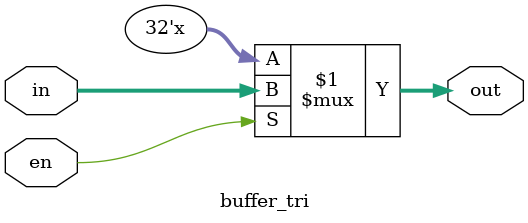
<source format=v>
/*
 * buffer_tri
 *
 * Tristate Buffer
 */
module buffer_tri(
	in,	// Input bus
	out,	// Output bus
	en		// Enable line that determines whether the output = input or high impedance
);

	/*********************/
	/* Module parameters */
	/*********************/
	parameter BUS_WIDTH = 32;

	/*************************/
	/* Declaring input ports */
	/*************************/
	input wire [BUS_WIDTH-1:0] in;
	input wire en;

	/**************************/
	/* Declaring output ports */
	/**************************/
	output wire [BUS_WIDTH-1:0] out;
	
	/**************/
	/* Out driver */
	/**************/
	assign out = en ? in : {(BUS_WIDTH){1'bz}};

endmodule
</source>
